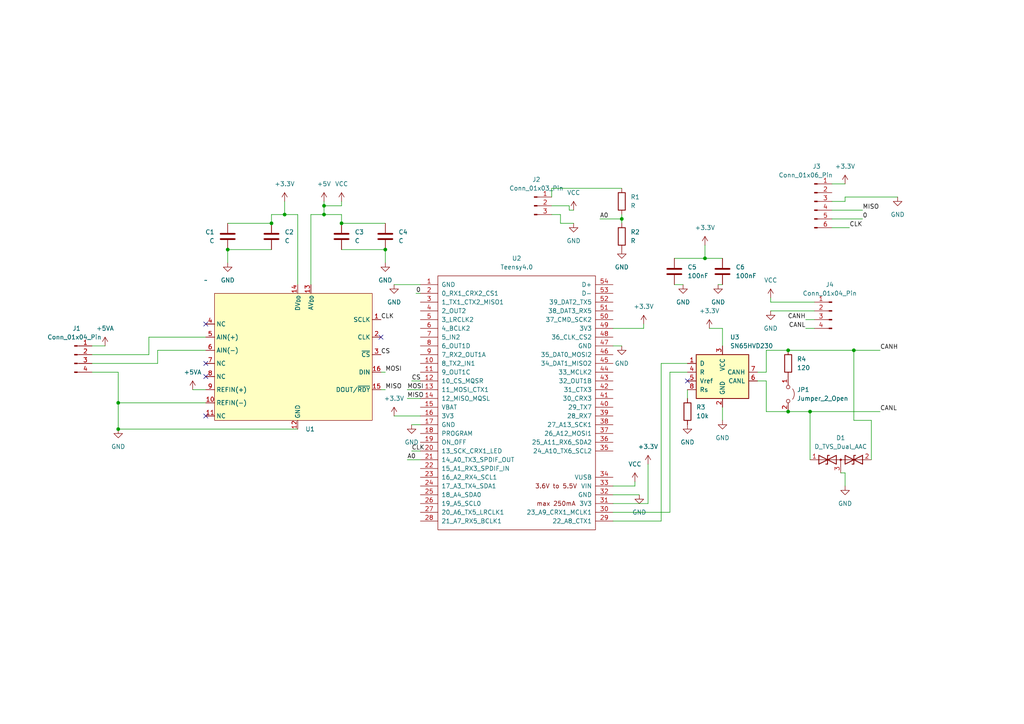
<source format=kicad_sch>
(kicad_sch (version 20230121) (generator eeschema)
  (paper "A4")
  (lib_symbols
    (symbol "Connector:Conn_01x03_Pin" (pin_names (offset 1.016) hide)
      (property "Reference" "J" (at 0 5.08 0))
      (property "Value" "Conn_01x03_Pin" (at 0 -5.08 0))
      (symbol "Conn_01x03_Pin_1_1"
        (polyline (pts (xy 1.27 -2.54) (xy 0.8636 -2.54)) (stroke (width 0.1524)))
        (polyline (pts (xy 1.27 0) (xy 0.8636 0)) (stroke (width 0.1524)))
        (polyline (pts (xy 1.27 2.54) (xy 0.8636 2.54)) (stroke (width 0.1524)))
        (rectangle (start 0.8636 -2.413) (end 0 -2.667) (stroke (width 0.1524)) (fill (type outline)))
        (rectangle (start 0.8636 0.127) (end 0 -0.127) (stroke (width 0.1524)) (fill (type outline)))
        (rectangle (start 0.8636 2.667) (end 0 2.413) (stroke (width 0.1524)) (fill (type outline)))
        (pin passive line (at 5.08 2.54 180) (length 3.81) (name "Pin_1") (number "1"))
        (pin passive line (at 5.08 0 180) (length 3.81) (name "Pin_2") (number "2"))
        (pin passive line (at 5.08 -2.54 180) (length 3.81) (name "Pin_3") (number "3"))
      )
    )
    (symbol "Connector:Conn_01x04_Pin" (pin_names (offset 1.016) hide)
      (property "Reference" "J" (at 0 5.08 0))
      (property "Value" "Conn_01x04_Pin" (at 0 -7.62 0))
      (symbol "Conn_01x04_Pin_1_1"
        (polyline (pts (xy 1.27 -5.08) (xy 0.8636 -5.08)) (stroke (width 0.1524)))
        (polyline (pts (xy 1.27 -2.54) (xy 0.8636 -2.54)) (stroke (width 0.1524)))
        (polyline (pts (xy 1.27 0) (xy 0.8636 0)) (stroke (width 0.1524)))
        (polyline (pts (xy 1.27 2.54) (xy 0.8636 2.54)) (stroke (width 0.1524)))
        (rectangle (start 0.8636 -4.953) (end 0 -5.207) (stroke (width 0.1524)) (fill (type outline)))
        (rectangle (start 0.8636 -2.413) (end 0 -2.667) (stroke (width 0.1524)) (fill (type outline)))
        (rectangle (start 0.8636 0.127) (end 0 -0.127) (stroke (width 0.1524)) (fill (type outline)))
        (rectangle (start 0.8636 2.667) (end 0 2.413) (stroke (width 0.1524)) (fill (type outline)))
        (pin passive line (at 5.08 2.54 180) (length 3.81) (name "Pin_1") (number "1"))
        (pin passive line (at 5.08 0 180) (length 3.81) (name "Pin_2") (number "2"))
        (pin passive line (at 5.08 -2.54 180) (length 3.81) (name "Pin_3") (number "3"))
        (pin passive line (at 5.08 -5.08 180) (length 3.81) (name "Pin_4") (number "4"))
      )
    )
    (symbol "Connector:Conn_01x06_Pin" (pin_names (offset 1.016) hide)
      (property "Reference" "J" (at 0 7.62 0))
      (property "Value" "Conn_01x06_Pin" (at 0 -10.16 0))
      (symbol "Conn_01x06_Pin_1_1"
        (polyline (pts (xy 1.27 -7.62) (xy 0.8636 -7.62)) (stroke (width 0.1524)))
        (polyline (pts (xy 1.27 -5.08) (xy 0.8636 -5.08)) (stroke (width 0.1524)))
        (polyline (pts (xy 1.27 -2.54) (xy 0.8636 -2.54)) (stroke (width 0.1524)))
        (polyline (pts (xy 1.27 0) (xy 0.8636 0)) (stroke (width 0.1524)))
        (polyline (pts (xy 1.27 2.54) (xy 0.8636 2.54)) (stroke (width 0.1524)))
        (polyline (pts (xy 1.27 5.08) (xy 0.8636 5.08)) (stroke (width 0.1524)))
        (rectangle (start 0.8636 -7.493) (end 0 -7.747) (stroke (width 0.1524)) (fill (type outline)))
        (rectangle (start 0.8636 -4.953) (end 0 -5.207) (stroke (width 0.1524)) (fill (type outline)))
        (rectangle (start 0.8636 -2.413) (end 0 -2.667) (stroke (width 0.1524)) (fill (type outline)))
        (rectangle (start 0.8636 0.127) (end 0 -0.127) (stroke (width 0.1524)) (fill (type outline)))
        (rectangle (start 0.8636 2.667) (end 0 2.413) (stroke (width 0.1524)) (fill (type outline)))
        (rectangle (start 0.8636 5.207) (end 0 4.953) (stroke (width 0.1524)) (fill (type outline)))
        (pin passive line (at 5.08 5.08 180) (length 3.81) (name "Pin_1") (number "1"))
        (pin passive line (at 5.08 2.54 180) (length 3.81) (name "Pin_2") (number "2"))
        (pin passive line (at 5.08 0 180) (length 3.81) (name "Pin_3") (number "3"))
        (pin passive line (at 5.08 -2.54 180) (length 3.81) (name "Pin_4") (number "4"))
        (pin passive line (at 5.08 -5.08 180) (length 3.81) (name "Pin_5") (number "5"))
        (pin passive line (at 5.08 -7.62 180) (length 3.81) (name "Pin_6") (number "6"))
      )
    )
    (symbol "Device:C" (pin_numbers hide) (pin_names (offset 0.254))
      (property "Reference" "C" (at 0.635 2.54 0))
      (property "Value" "C" (at 0.635 -2.54 0))
      (symbol "C_0_1"
        (polyline (pts (xy -2.032 -0.762) (xy 2.032 -0.762)) (stroke (width 0.508)))
        (polyline (pts (xy -2.032 0.762) (xy 2.032 0.762)) (stroke (width 0.508)))
      )
      (symbol "C_1_1"
        (pin passive line (at 0 3.81 270) (length 2.794) (name "~") (number "1"))
        (pin passive line (at 0 -3.81 90) (length 2.794) (name "~") (number "2"))
      )
    )
    (symbol "Device:D_TVS_Dual_AAC" (pin_names (offset 1.016) hide)
      (property "Reference" "D" (at 0 4.445 0))
      (property "Value" "D_TVS_Dual_AAC" (at 0 2.54 0))
      (symbol "D_TVS_Dual_AAC_0_0"
        (polyline (pts (xy 0 -1.27) (xy 0 0)))
      )
      (symbol "D_TVS_Dual_AAC_0_1"
        (polyline (pts (xy -6.35 0) (xy 6.35 0)))
        (polyline (pts (xy -3.302 1.27) (xy -3.81 1.27) (xy -3.81 -1.27) (xy -4.318 -1.27)) (stroke (width 0.254)))
        (polyline (pts (xy 4.318 1.27) (xy 3.81 1.27) (xy 3.81 -1.27) (xy 3.302 -1.27)) (stroke (width 0.254)))
        (polyline (pts (xy -6.35 1.27) (xy -1.27 -1.27) (xy -1.27 1.27) (xy -6.35 -1.27) (xy -6.35 1.27)) (stroke (width 0.254)))
        (polyline (pts (xy 6.35 1.27) (xy 1.27 -1.27) (xy 1.27 1.27) (xy 6.35 -1.27) (xy 6.35 1.27)) (stroke (width 0.254)))
        (circle (center 0 0) (radius 0.254) (fill (type outline)))
      )
      (symbol "D_TVS_Dual_AAC_1_1"
        (pin passive line (at -8.89 0 0) (length 2.54) (name "A1") (number "1"))
        (pin passive line (at 8.89 0 180) (length 2.54) (name "A2") (number "2"))
        (pin input line (at 0 -3.81 90) (length 2.54) (name "common") (number "3"))
      )
    )
    (symbol "Device:R" (pin_numbers hide) (pin_names (offset 0))
      (property "Reference" "R" (at 2.032 0 90))
      (property "Value" "R" (at 0 0 90))
      (symbol "R_0_1"
        (rectangle (start -1.016 -2.54) (end 1.016 2.54) (stroke (width 0.254)))
      )
      (symbol "R_1_1"
        (pin passive line (at 0 3.81 270) (length 1.27) (name "~") (number "1"))
        (pin passive line (at 0 -3.81 90) (length 1.27) (name "~") (number "2"))
      )
    )
    (symbol "Interface_CAN_LIN:SN65HVD230" (pin_names (offset 1.016))
      (property "Reference" "U" (at -2.54 10.16 0))
      (property "Value" "SN65HVD230" (at -2.54 7.62 0))
      (symbol "SN65HVD230_0_1"
        (rectangle (start -7.62 5.08) (end 7.62 -7.62) (stroke (width 0.254)) (fill (type background)))
      )
      (symbol "SN65HVD230_1_1"
        (pin input line (at -10.16 2.54 0) (length 2.54) (name "D") (number "1"))
        (pin power_in line (at 0 -10.16 90) (length 2.54) (name "GND") (number "2"))
        (pin power_in line (at 0 7.62 270) (length 2.54) (name "VCC") (number "3"))
        (pin output line (at -10.16 0 0) (length 2.54) (name "R") (number "4"))
        (pin output line (at -10.16 -2.54 0) (length 2.54) (name "Vref") (number "5"))
        (pin bidirectional line (at 10.16 -2.54 180) (length 2.54) (name "CANL") (number "6"))
        (pin bidirectional line (at 10.16 0 180) (length 2.54) (name "CANH") (number "7"))
        (pin input line (at -10.16 -5.08 0) (length 2.54) (name "Rs") (number "8"))
      )
    )
    (symbol "Jumper:Jumper_2_Open" (pin_names (offset 0) hide)
      (property "Reference" "JP" (at 0 2.794 0))
      (property "Value" "Jumper_2_Open" (at 0 -2.286 0))
      (symbol "Jumper_2_Open_0_0"
        (circle (center -2.032 0) (radius 0.508))
        (circle (center 2.032 0) (radius 0.508))
      )
      (symbol "Jumper_2_Open_0_1"
        (arc (start 1.524 1.27) (mid 0 1.778) (end -1.524 1.27))
      )
      (symbol "Jumper_2_Open_1_1"
        (pin passive line (at -5.08 0 0) (length 2.54) (name "A") (number "1"))
        (pin passive line (at 5.08 0 180) (length 2.54) (name "B") (number "2"))
      )
    )
    (symbol "Library :AD7797"
      (property "Reference" "U" (at 0 0 0))
      (symbol "AD7797_1_1"
        (rectangle (start 10.16 -16.51) (end 55.88 -53.34) (fill (type background)))
        (pin input line (at 58.42 -24.13 180) (length 2.54) (name "SCLK") (number "1"))
        (pin input line (at 7.62 -48.26 0) (length 2.54) (name "REFIN(-)") (number "10"))
        (pin input line (at 7.62 -52.07 0) (length 2.54) (name "NC") (number "11"))
        (pin power_in line (at 34.29 -55.88 90) (length 2.54) (name "GND") (number "12"))
        (pin power_in line (at 38.1 -13.97 270) (length 2.54) (name "AV_{DD}") (number "13"))
        (pin power_in line (at 34.29 -13.97 270) (length 2.54) (name "DV_{DD}") (number "14"))
        (pin output line (at 58.42 -44.45 180) (length 2.54) (name "DOUT/~{RDY}") (number "15"))
        (pin input line (at 58.42 -39.37 180) (length 2.54) (name "DIN") (number "16"))
        (pin input line (at 58.42 -29.21 180) (length 2.54) (name "CLK") (number "2"))
        (pin input line (at 58.42 -34.29 180) (length 2.54) (name "~{CS}") (number "3"))
        (pin input line (at 7.62 -25.4 0) (length 2.54) (name "NC") (number "4"))
        (pin input line (at 7.62 -29.21 0) (length 2.54) (name "AIN(+)") (number "5"))
        (pin input line (at 7.62 -33.02 0) (length 2.54) (name "AIN(-)") (number "6"))
        (pin input line (at 7.62 -36.83 0) (length 2.54) (name "NC") (number "7"))
        (pin input line (at 7.62 -40.64 0) (length 2.54) (name "NC") (number "8"))
        (pin input line (at 7.62 -44.45 0) (length 2.54) (name "REFIN(+)") (number "9"))
      )
    )
    (symbol "Teensy:Teensy4.0" (pin_names (offset 1.016))
      (property "Reference" "U" (at 0 39.37 0))
      (property "Value" "Teensy4.0" (at 0 -39.37 0))
      (symbol "Teensy4.0_0_0"
        (text "3.6V to 5.5V" (at 11.43 -24.13 0) (effects (font (size 1.27 1.27))))
        (text "max 250mA" (at 11.43 -29.21 0) (effects (font (size 1.27 1.27))))
        (pin bidirectional line (at -27.94 11.43 0) (length 5.08) (name "8_TX2_IN1") (number "10"))
        (pin bidirectional line (at -27.94 8.89 0) (length 5.08) (name "9_OUT1C") (number "11"))
        (pin bidirectional line (at -27.94 6.35 0) (length 5.08) (name "10_CS_MQSR") (number "12"))
        (pin bidirectional line (at -27.94 3.81 0) (length 5.08) (name "11_MOSI_CTX1") (number "13"))
        (pin bidirectional line (at -27.94 1.27 0) (length 5.08) (name "12_MISO_MQSL") (number "14"))
        (pin power_in line (at -27.94 -1.27 0) (length 5.08) (name "VBAT") (number "15"))
        (pin power_in line (at -27.94 -3.81 0) (length 5.08) (name "3V3") (number "16"))
        (pin power_in line (at -27.94 -6.35 0) (length 5.08) (name "GND") (number "17"))
        (pin input line (at -27.94 -8.89 0) (length 5.08) (name "PROGRAM") (number "18"))
        (pin input line (at -27.94 -11.43 0) (length 5.08) (name "ON_OFF") (number "19"))
        (pin bidirectional line (at -27.94 -13.97 0) (length 5.08) (name "13_SCK_CRX1_LED") (number "20"))
        (pin bidirectional line (at -27.94 -16.51 0) (length 5.08) (name "14_A0_TX3_SPDIF_OUT") (number "21"))
        (pin bidirectional line (at -27.94 -19.05 0) (length 5.08) (name "15_A1_RX3_SPDIF_IN") (number "22"))
        (pin bidirectional line (at -27.94 -21.59 0) (length 5.08) (name "16_A2_RX4_SCL1") (number "23"))
        (pin bidirectional line (at -27.94 -24.13 0) (length 5.08) (name "17_A3_TX4_SDA1") (number "24"))
        (pin bidirectional line (at -27.94 -26.67 0) (length 5.08) (name "18_A4_SDA0") (number "25"))
        (pin bidirectional line (at -27.94 -29.21 0) (length 5.08) (name "19_A5_SCL0") (number "26"))
        (pin bidirectional line (at -27.94 -31.75 0) (length 5.08) (name "20_A6_TX5_LRCLK1") (number "27"))
        (pin bidirectional line (at -27.94 -34.29 0) (length 5.08) (name "21_A7_RX5_BCLK1") (number "28"))
        (pin bidirectional line (at 27.94 -34.29 180) (length 5.08) (name "22_A8_CTX1") (number "29"))
        (pin bidirectional line (at 27.94 -31.75 180) (length 5.08) (name "23_A9_CRX1_MCLK1") (number "30"))
        (pin power_out line (at 27.94 -29.21 180) (length 5.08) (name "3V3") (number "31"))
        (pin power_in line (at 27.94 -26.67 180) (length 5.08) (name "GND") (number "32"))
        (pin power_in line (at 27.94 -24.13 180) (length 5.08) (name "VIN") (number "33"))
        (pin power_out line (at 27.94 -21.59 180) (length 5.08) (name "VUSB") (number "34"))
        (pin bidirectional line (at 27.94 -13.97 180) (length 5.08) (name "24_A10_TX6_SCL2") (number "35"))
        (pin bidirectional line (at 27.94 -11.43 180) (length 5.08) (name "25_A11_RX6_SDA2") (number "36"))
        (pin bidirectional line (at 27.94 -8.89 180) (length 5.08) (name "26_A12_MOSI1") (number "37"))
        (pin bidirectional line (at 27.94 -6.35 180) (length 5.08) (name "27_A13_SCK1") (number "38"))
        (pin bidirectional line (at 27.94 -3.81 180) (length 5.08) (name "28_RX7") (number "39"))
        (pin bidirectional line (at 27.94 -1.27 180) (length 5.08) (name "29_TX7") (number "40"))
        (pin bidirectional line (at 27.94 1.27 180) (length 5.08) (name "30_CRX3") (number "41"))
        (pin bidirectional line (at 27.94 3.81 180) (length 5.08) (name "31_CTX3") (number "42"))
        (pin bidirectional line (at 27.94 6.35 180) (length 5.08) (name "32_OUT1B") (number "43"))
        (pin bidirectional line (at 27.94 8.89 180) (length 5.08) (name "33_MCLK2") (number "44"))
        (pin bidirectional line (at 27.94 11.43 180) (length 5.08) (name "34_DAT1_MISO2") (number "45"))
        (pin bidirectional line (at 27.94 13.97 180) (length 5.08) (name "35_DAT0_MOSI2") (number "46"))
        (pin power_out line (at 27.94 16.51 180) (length 5.08) (name "GND") (number "47"))
        (pin bidirectional line (at 27.94 19.05 180) (length 5.08) (name "36_CLK_CS2") (number "48"))
        (pin power_out line (at 27.94 21.59 180) (length 5.08) (name "3V3") (number "49"))
        (pin bidirectional line (at -27.94 24.13 0) (length 5.08) (name "3_LRCLK2") (number "5"))
        (pin bidirectional line (at 27.94 24.13 180) (length 5.08) (name "37_CMD_SCK2") (number "50"))
        (pin bidirectional line (at 27.94 26.67 180) (length 5.08) (name "38_DAT3_RX5") (number "51"))
        (pin bidirectional line (at 27.94 29.21 180) (length 5.08) (name "39_DAT2_TX5") (number "52"))
        (pin bidirectional line (at 27.94 31.75 180) (length 5.08) (name "D-") (number "53"))
        (pin bidirectional line (at 27.94 34.29 180) (length 5.08) (name "D+") (number "54"))
        (pin bidirectional line (at -27.94 21.59 0) (length 5.08) (name "4_BCLK2") (number "6"))
        (pin bidirectional line (at -27.94 19.05 0) (length 5.08) (name "5_IN2") (number "7"))
        (pin bidirectional line (at -27.94 16.51 0) (length 5.08) (name "6_OUT1D") (number "8"))
        (pin bidirectional line (at -27.94 13.97 0) (length 5.08) (name "7_RX2_OUT1A") (number "9"))
      )
      (symbol "Teensy4.0_0_1"
        (rectangle (start -22.86 36.83) (end 22.86 -36.83))
        (rectangle (start -20.32 -31.75) (end -20.32 -31.75))
      )
      (symbol "Teensy4.0_1_1"
        (pin power_in line (at -27.94 34.29 0) (length 5.08) (name "GND") (number "1"))
        (pin bidirectional line (at -27.94 31.75 0) (length 5.08) (name "0_RX1_CRX2_CS1") (number "2"))
        (pin bidirectional line (at -27.94 29.21 0) (length 5.08) (name "1_TX1_CTX2_MISO1") (number "3"))
        (pin bidirectional line (at -27.94 26.67 0) (length 5.08) (name "2_OUT2") (number "4"))
      )
    )
    (symbol "power:+3.3V" (power) (pin_names (offset 0))
      (property "Value" "+3.3V" (at 0 3.556 0))
      (symbol "+3.3V_0_1"
        (polyline (pts (xy -0.762 1.27) (xy 0 2.54)))
        (polyline (pts (xy 0 0) (xy 0 2.54)))
        (polyline (pts (xy 0 2.54) (xy 0.762 1.27)))
      )
      (symbol "+3.3V_1_1"
        (pin power_in line (at 0 0 90) (length 0) hide (name "+3.3V") (number "1"))
      )
    )
    (symbol "power:+5V" (power) (pin_names (offset 0))
      (property "Value" "+5V" (at 0 3.556 0))
      (symbol "+5V_0_1"
        (polyline (pts (xy -0.762 1.27) (xy 0 2.54)))
        (polyline (pts (xy 0 0) (xy 0 2.54)))
        (polyline (pts (xy 0 2.54) (xy 0.762 1.27)))
      )
      (symbol "+5V_1_1"
        (pin power_in line (at 0 0 90) (length 0) hide (name "+5V") (number "1"))
      )
    )
    (symbol "power:+5VA" (power) (pin_names (offset 0))
      (property "Value" "+5VA" (at 0 3.556 0))
      (symbol "+5VA_0_1"
        (polyline (pts (xy -0.762 1.27) (xy 0 2.54)))
        (polyline (pts (xy 0 0) (xy 0 2.54)))
        (polyline (pts (xy 0 2.54) (xy 0.762 1.27)))
      )
      (symbol "+5VA_1_1"
        (pin power_in line (at 0 0 90) (length 0) hide (name "+5VA") (number "1"))
      )
    )
    (symbol "power:GND" (power) (pin_names (offset 0))
      (property "Value" "GND" (at 0 -3.81 0))
      (symbol "GND_0_1"
        (polyline (pts (xy 0 0) (xy 0 -1.27) (xy 1.27 -1.27) (xy 0 -2.54) (xy -1.27 -1.27) (xy 0 -1.27)))
      )
      (symbol "GND_1_1"
        (pin power_in line (at 0 0 270) (length 0) hide (name "GND") (number "1"))
      )
    )
    (symbol "power:VCC" (power) (pin_names (offset 0))
      (property "Value" "VCC" (at 0 3.81 0))
      (symbol "VCC_0_1"
        (polyline (pts (xy -0.762 1.27) (xy 0 2.54)))
        (polyline (pts (xy 0 0) (xy 0 2.54)))
        (polyline (pts (xy 0 2.54) (xy 0.762 1.27)))
      )
      (symbol "VCC_1_1"
        (pin power_in line (at 0 0 90) (length 0) hide (name "VCC") (number "1"))
      )
    )
  )
  (junction (at 93.98 62.23))
  (junction (at 82.55 62.23))
  (junction (at 78.74 64.77))
  (junction (at 111.76 72.39))
  (junction (at 228.6 119.38))
  (junction (at 34.29 116.84))
  (junction (at 247.65 101.6))
  (junction (at 99.06 64.77))
  (junction (at 228.6 101.6))
  (junction (at 93.98 59.69))
  (junction (at 34.29 124.46))
  (junction (at 66.04 72.39))
  (junction (at 180.34 63.5))
  (junction (at 234.95 119.38))
  (junction (at 204.47 74.93))
  (no_connect (at 59.69 105.41))
  (no_connect (at 110.49 97.79))
  (no_connect (at 59.69 120.65))
  (no_connect (at 199.39 110.49))
  (no_connect (at 59.69 93.98))
  (no_connect (at 59.69 109.22))
  (wire (pts (xy 99.06 62.23) (xy 99.06 64.77)))
  (wire (pts (xy 99.06 59.69) (xy 93.98 59.69)))
  (wire (pts (xy 243.84 137.16) (xy 245.11 137.16)))
  (wire (pts (xy 222.25 119.38) (xy 228.6 119.38)))
  (wire (pts (xy 186.69 95.25) (xy 186.69 93.98)))
  (wire (pts (xy 93.98 62.23) (xy 99.06 62.23)))
  (wire (pts (xy 55.88 113.03) (xy 59.69 113.03)))
  (wire (pts (xy 118.11 113.03) (xy 121.92 113.03)))
  (wire (pts (xy 194.31 148.59) (xy 177.8 148.59)))
  (wire (pts (xy 118.11 133.35) (xy 121.92 133.35)))
  (wire (pts (xy 236.22 95.25) (xy 233.68 95.25)))
  (wire (pts (xy 245.11 57.15) (xy 245.11 58.42)))
  (wire (pts (xy 34.29 116.84) (xy 34.29 107.95)))
  (wire (pts (xy 223.52 87.63) (xy 236.22 87.63)))
  (wire (pts (xy 260.35 57.15) (xy 245.11 57.15)))
  (wire (pts (xy 82.55 62.23) (xy 82.55 58.42)))
  (wire (pts (xy 93.98 59.69) (xy 93.98 62.23)))
  (wire (pts (xy 187.96 134.62) (xy 187.96 146.05)))
  (wire (pts (xy 195.58 82.55) (xy 198.12 82.55)))
  (wire (pts (xy 59.69 101.6) (xy 45.72 101.6)))
  (wire (pts (xy 177.8 151.13) (xy 191.77 151.13)))
  (wire (pts (xy 247.65 101.6) (xy 255.27 101.6)))
  (wire (pts (xy 93.98 62.23) (xy 90.17 62.23)))
  (wire (pts (xy 173.99 63.5) (xy 180.34 63.5)))
  (wire (pts (xy 250.19 63.5) (xy 241.3 63.5)))
  (wire (pts (xy 223.52 86.36) (xy 223.52 87.63)))
  (wire (pts (xy 177.8 146.05) (xy 187.96 146.05)))
  (wire (pts (xy 177.8 143.51) (xy 185.42 143.51)))
  (wire (pts (xy 86.36 62.23) (xy 82.55 62.23)))
  (wire (pts (xy 199.39 113.03) (xy 199.39 115.57)))
  (wire (pts (xy 120.65 85.09) (xy 121.92 85.09)))
  (wire (pts (xy 99.06 72.39) (xy 111.76 72.39)))
  (wire (pts (xy 34.29 107.95) (xy 26.67 107.95)))
  (wire (pts (xy 99.06 58.42) (xy 99.06 59.69)))
  (wire (pts (xy 246.38 66.04) (xy 241.3 66.04)))
  (wire (pts (xy 90.17 62.23) (xy 90.17 82.55)))
  (wire (pts (xy 160.02 54.61) (xy 160.02 57.15)))
  (wire (pts (xy 228.6 101.6) (xy 247.65 101.6)))
  (wire (pts (xy 45.72 101.6) (xy 45.72 105.41)))
  (wire (pts (xy 209.55 118.11) (xy 209.55 121.92)))
  (wire (pts (xy 177.8 95.25) (xy 186.69 95.25)))
  (wire (pts (xy 252.73 133.35) (xy 252.73 121.92)))
  (wire (pts (xy 205.74 95.25) (xy 209.55 95.25)))
  (wire (pts (xy 177.8 100.33) (xy 180.34 100.33)))
  (wire (pts (xy 111.76 72.39) (xy 111.76 76.2)))
  (wire (pts (xy 247.65 121.92) (xy 247.65 101.6)))
  (wire (pts (xy 86.36 82.55) (xy 86.36 62.23)))
  (wire (pts (xy 250.19 60.96) (xy 241.3 60.96)))
  (wire (pts (xy 165.1 59.69) (xy 160.02 59.69)))
  (wire (pts (xy 209.55 95.25) (xy 209.55 100.33)))
  (wire (pts (xy 228.6 119.38) (xy 234.95 119.38)))
  (wire (pts (xy 245.11 53.34) (xy 241.3 53.34)))
  (wire (pts (xy 119.38 110.49) (xy 121.92 110.49)))
  (wire (pts (xy 234.95 119.38) (xy 255.27 119.38)))
  (wire (pts (xy 45.72 105.41) (xy 26.67 105.41)))
  (wire (pts (xy 184.15 140.97) (xy 184.15 139.7)))
  (wire (pts (xy 191.77 151.13) (xy 191.77 105.41)))
  (wire (pts (xy 191.77 105.41) (xy 199.39 105.41)))
  (wire (pts (xy 245.11 58.42) (xy 241.3 58.42)))
  (wire (pts (xy 66.04 72.39) (xy 78.74 72.39)))
  (wire (pts (xy 199.39 107.95) (xy 194.31 107.95)))
  (wire (pts (xy 166.37 60.96) (xy 165.1 60.96)))
  (wire (pts (xy 111.76 113.03) (xy 110.49 113.03)))
  (wire (pts (xy 165.1 60.96) (xy 165.1 59.69)))
  (wire (pts (xy 78.74 64.77) (xy 66.04 64.77)))
  (wire (pts (xy 195.58 74.93) (xy 204.47 74.93)))
  (wire (pts (xy 34.29 124.46) (xy 34.29 116.84)))
  (wire (pts (xy 26.67 100.33) (xy 30.48 100.33)))
  (wire (pts (xy 194.31 107.95) (xy 194.31 148.59)))
  (wire (pts (xy 222.25 110.49) (xy 222.25 119.38)))
  (wire (pts (xy 43.18 102.87) (xy 26.67 102.87)))
  (wire (pts (xy 236.22 92.71) (xy 233.68 92.71)))
  (wire (pts (xy 59.69 97.79) (xy 43.18 97.79)))
  (wire (pts (xy 121.92 82.55) (xy 114.3 82.55)))
  (wire (pts (xy 34.29 116.84) (xy 59.69 116.84)))
  (wire (pts (xy 180.34 54.61) (xy 160.02 54.61)))
  (wire (pts (xy 222.25 107.95) (xy 222.25 101.6)))
  (wire (pts (xy 222.25 101.6) (xy 228.6 101.6)))
  (wire (pts (xy 204.47 74.93) (xy 204.47 71.12)))
  (wire (pts (xy 43.18 97.79) (xy 43.18 102.87)))
  (wire (pts (xy 66.04 72.39) (xy 66.04 76.2)))
  (wire (pts (xy 119.38 123.19) (xy 121.92 123.19)))
  (wire (pts (xy 208.28 82.55) (xy 209.55 82.55)))
  (wire (pts (xy 180.34 62.23) (xy 180.34 63.5)))
  (wire (pts (xy 121.92 120.65) (xy 114.3 120.65)))
  (wire (pts (xy 234.95 119.38) (xy 234.95 133.35)))
  (wire (pts (xy 86.36 124.46) (xy 34.29 124.46)))
  (wire (pts (xy 78.74 62.23) (xy 82.55 62.23)))
  (wire (pts (xy 118.11 115.57) (xy 121.92 115.57)))
  (wire (pts (xy 180.34 63.5) (xy 180.34 64.77)))
  (wire (pts (xy 209.55 74.93) (xy 204.47 74.93)))
  (wire (pts (xy 219.71 110.49) (xy 222.25 110.49)))
  (wire (pts (xy 219.71 107.95) (xy 222.25 107.95)))
  (wire (pts (xy 223.52 90.17) (xy 236.22 90.17)))
  (wire (pts (xy 245.11 140.97) (xy 245.11 137.16)))
  (wire (pts (xy 166.37 64.77) (xy 162.56 64.77)))
  (wire (pts (xy 99.06 64.77) (xy 111.76 64.77)))
  (wire (pts (xy 78.74 62.23) (xy 78.74 64.77)))
  (wire (pts (xy 177.8 140.97) (xy 184.15 140.97)))
  (wire (pts (xy 162.56 64.77) (xy 162.56 62.23)))
  (wire (pts (xy 110.49 107.95) (xy 111.76 107.95)))
  (wire (pts (xy 93.98 58.42) (xy 93.98 59.69)))
  (wire (pts (xy 119.38 130.81) (xy 121.92 130.81)))
  (wire (pts (xy 162.56 62.23) (xy 160.02 62.23)))
  (wire (pts (xy 252.73 121.92) (xy 247.65 121.92)))
  (label "CANH" (at 255.27 101.6 0))
  (label "CS" (at 119.38 110.49 0))
  (label "CANL" (at 233.68 95.25 180))
  (label "0" (at 250.19 63.5 0))
  (label "0" (at 120.65 85.09 0))
  (label "CANL" (at 255.27 119.38 0))
  (label "CLK" (at 246.38 66.04 0))
  (label "MOSI" (at 111.76 107.95 0))
  (label "MISO" (at 118.11 115.57 0))
  (label "MISO" (at 250.19 60.96 0))
  (label "A0" (at 118.11 133.35 0))
  (label "CLK" (at 110.49 92.71 0))
  (label "MOSI" (at 118.11 113.03 0))
  (label "MISO" (at 111.76 113.03 0))
  (label "CLK" (at 119.38 130.81 0))
  (label "CANH" (at 233.68 92.71 180))
  (label "A0" (at 173.99 63.5 0))
  (label "CS" (at 110.49 102.87 0))
  (symbol (lib_id "power:+3.3V") (at 114.3 120.65 0) (unit 1)
    (property "Reference" "#PWR010" (effects hide))
    (property "Value" "+3.3V" (at 114.3 115.57 0))
  )
  (symbol (lib_id "power:+5V") (at 93.98 58.42 0) (unit 1)
    (property "Reference" "#PWR06" (effects hide))
    (property "Value" "+5V" (at 93.98 53.34 0))
  )
  (symbol (lib_id "Device:R") (at 228.6 105.41 0) (unit 1)
    (property "Reference" "R4" (at 231.14 104.14 0) (effects (justify left)))
    (property "Value" "120" (at 231.14 106.68 0) (effects (justify left)))
    (property "Footprint" "Resistor_SMD:R_0603_1608Metric" (effects hide))
  )
  (symbol (lib_id "Device:C") (at 209.55 78.74 0) (unit 1)
    (property "Reference" "C6" (at 213.36 77.47 0) (effects (justify left)))
    (property "Value" "100nF" (at 213.36 80.01 0) (effects (justify left)))
    (property "Footprint" "Capacitor_SMD:C_0603_1608Metric" (effects hide))
  )
  (symbol (lib_id "Connector:Conn_01x06_Pin") (at 236.22 58.42 0) (unit 1)
    (property "Reference" "J3" (at 236.855 48.26 0))
    (property "Value" "Conn_01x06_Pin" (at 233.68 50.8 0))
    (property "Footprint" "Connector_PinHeader_2.54mm:PinHeader_1x06_P2.54mm_Vertical" (effects hide))
  )
  (symbol (lib_id "power:GND") (at 166.37 64.77 0) (unit 1)
    (property "Reference" "#PWR013" (effects hide))
    (property "Value" "GND" (at 166.37 69.85 0))
  )
  (symbol (lib_id "power:GND") (at 34.29 124.46 0) (unit 1)
    (property "Reference" "#PWR02" (effects hide))
    (property "Value" "GND" (at 34.29 129.54 0))
  )
  (symbol (lib_id "power:GND") (at 245.11 140.97 0) (unit 1)
    (property "Reference" "#PWR029" (effects hide))
    (property "Value" "GND" (at 245.11 146.05 0))
  )
  (symbol (lib_id "Connector:Conn_01x04_Pin") (at 241.3 90.17 0) (mirror y) (unit 1)
    (property "Reference" "J4" (at 240.665 82.55 0))
    (property "Value" "Conn_01x04_Pin" (at 240.665 85.09 0))
    (property "Footprint" "Connector_JST:JST_XH_B4B-XH-A_1x04_P2.50mm_Vertical" (effects hide))
  )
  (symbol (lib_id "power:GND") (at 185.42 143.51 0) (unit 1)
    (property "Reference" "#PWR017" (effects hide))
    (property "Value" "GND" (at 185.42 148.59 0))
  )
  (symbol (lib_id "power:GND") (at 208.28 82.55 0) (unit 1)
    (property "Reference" "#PWR024" (effects hide))
    (property "Value" "GND" (at 208.28 87.63 0))
  )
  (symbol (lib_id "power:GND") (at 119.38 123.19 0) (unit 1)
    (property "Reference" "#PWR011" (effects hide))
    (property "Value" "GND" (at 119.38 128.27 0))
  )
  (symbol (lib_id "Interface_CAN_LIN:SN65HVD230") (at 209.55 107.95 0) (unit 1)
    (property "Reference" "U3" (at 211.7441 97.79 0) (effects (justify left)))
    (property "Value" "SN65HVD230" (at 211.7441 100.33 0) (effects (justify left)))
    (property "Footprint" "Package_SO:SOIC-8_3.9x4.9mm_P1.27mm" (effects hide))
    (property "Datasheet" "http://www.ti.com/lit/ds/symlink/sn65hvd230.pdf" (effects hide))
  )
  (symbol (lib_id "Jumper:Jumper_2_Open") (at 228.6 114.3 270) (unit 1)
    (property "Reference" "JP1" (at 231.14 113.03 90) (effects (justify left)))
    (property "Value" "Jumper_2_Open" (at 231.14 115.57 90) (effects (justify left)))
    (property "Footprint" "Connector_PinHeader_2.54mm:PinHeader_2x01_P2.54mm_Vertical" (effects hide))
  )
  (symbol (lib_id "power:+3.3V") (at 187.96 134.62 0) (unit 1)
    (property "Reference" "#PWR019" (effects hide))
    (property "Value" "+3.3V" (at 187.96 129.54 0))
  )
  (symbol (lib_id "Connector:Conn_01x04_Pin") (at 21.59 102.87 0) (unit 1)
    (property "Reference" "J1" (at 22.225 95.25 0))
    (property "Value" "Conn_01x04_Pin" (at 21.59 97.79 0))
    (property "Footprint" "Connector_JST:JST_XH_B4B-XH-A_1x04_P2.50mm_Vertical" (effects hide))
  )
  (symbol (lib_id "Library :AD7797") (at 52.07 68.58 0) (unit 1)
    (property "Reference" "U1" (at 88.5541 124.46 0) (effects (justify left)))
    (property "Value" "~" (at 59.69 81.28 0))
    (property "Footprint" "Package_SO:TSSOP-16_4.4x5mm_P0.65mm" (effects hide))
  )
  (symbol (lib_id "Device:R") (at 180.34 58.42 0) (unit 1)
    (property "Reference" "R1" (at 182.88 57.15 0) (effects (justify left)))
    (property "Value" "R" (at 182.88 59.69 0) (effects (justify left)))
    (property "Footprint" "Resistor_SMD:R_0805_2012Metric" (effects hide))
  )
  (symbol (lib_id "Device:C") (at 99.06 68.58 0) (unit 1)
    (property "Reference" "C3" (at 102.87 67.31 0) (effects (justify left)))
    (property "Value" "C" (at 102.87 69.85 0) (effects (justify left)))
    (property "Footprint" "Capacitor_SMD:C_0603_1608Metric" (effects hide))
  )
  (symbol (lib_id "Device:C") (at 111.76 68.58 0) (unit 1)
    (property "Reference" "C4" (at 115.57 67.31 0) (effects (justify left)))
    (property "Value" "C" (at 115.57 69.85 0) (effects (justify left)))
    (property "Footprint" "Capacitor_SMD:C_0603_1608Metric" (effects hide))
  )
  (symbol (lib_id "power:GND") (at 180.34 100.33 0) (unit 1)
    (property "Reference" "#PWR015" (effects hide))
    (property "Value" "GND" (at 180.34 105.41 0))
  )
  (symbol (lib_id "power:GND") (at 260.35 57.15 0) (unit 1)
    (property "Reference" "#PWR030" (effects hide))
    (property "Value" "GND" (at 260.35 62.23 0))
  )
  (symbol (lib_id "Teensy:Teensy4.0") (at 149.86 116.84 0) (unit 1)
    (property "Reference" "U2" (at 149.86 74.93 0))
    (property "Value" "Teensy4.0" (at 149.86 77.47 0))
    (property "Footprint" "Teensy:Teensy40" (effects hide))
  )
  (symbol (lib_id "power:GND") (at 198.12 82.55 0) (unit 1)
    (property "Reference" "#PWR020" (effects hide))
    (property "Value" "GND" (at 198.12 87.63 0))
  )
  (symbol (lib_id "Device:C") (at 78.74 68.58 0) (unit 1)
    (property "Reference" "C2" (at 82.55 67.31 0) (effects (justify left)))
    (property "Value" "C" (at 82.55 69.85 0) (effects (justify left)))
    (property "Footprint" "Capacitor_SMD:C_0603_1608Metric" (effects hide))
  )
  (symbol (lib_id "power:VCC") (at 99.06 58.42 0) (unit 1)
    (property "Reference" "#PWR07" (effects hide))
    (property "Value" "VCC" (at 99.06 53.34 0))
  )
  (symbol (lib_id "power:GND") (at 223.52 90.17 0) (unit 1)
    (property "Reference" "#PWR027" (effects hide))
    (property "Value" "GND" (at 223.52 95.25 0))
  )
  (symbol (lib_id "Device:C") (at 66.04 68.58 0) (mirror y) (unit 1)
    (property "Reference" "C1" (at 62.23 67.31 0) (effects (justify left)))
    (property "Value" "C" (at 62.23 69.85 0) (effects (justify left)))
    (property "Footprint" "Capacitor_SMD:C_0603_1608Metric" (effects hide))
  )
  (symbol (lib_id "Device:D_TVS_Dual_AAC") (at 243.84 133.35 0) (unit 1)
    (property "Reference" "D1" (at 243.84 127 0))
    (property "Value" "D_TVS_Dual_AAC" (at 243.84 129.54 0))
    (property "Footprint" "Package_TO_SOT_SMD:SOT-323_SC-70" (effects hide))
  )
  (symbol (lib_id "power:VCC") (at 184.15 139.7 0) (unit 1)
    (property "Reference" "#PWR016" (effects hide))
    (property "Value" "VCC" (at 184.15 134.62 0))
  )
  (symbol (lib_id "power:GND") (at 114.3 82.55 0) (unit 1)
    (property "Reference" "#PWR09" (effects hide))
    (property "Value" "GND" (at 114.3 87.63 0))
  )
  (symbol (lib_id "Device:R") (at 199.39 119.38 0) (unit 1)
    (property "Reference" "R3" (at 201.93 118.11 0) (effects (justify left)))
    (property "Value" "10k" (at 201.93 120.65 0) (effects (justify left)))
    (property "Footprint" "Resistor_SMD:R_0603_1608Metric" (effects hide))
  )
  (symbol (lib_id "Connector:Conn_01x03_Pin") (at 154.94 59.69 0) (unit 1)
    (property "Reference" "J2" (at 155.575 52.07 0))
    (property "Value" "Conn_01x03_Pin" (at 155.575 54.61 0))
    (property "Footprint" "Connector_JST:JST_XH_B3B-XH-A_1x03_P2.50mm_Vertical" (effects hide))
  )
  (symbol (lib_id "power:+3.3V") (at 82.55 58.42 0) (unit 1)
    (property "Reference" "#PWR05" (effects hide))
    (property "Value" "+3.3V" (at 82.55 53.34 0))
  )
  (symbol (lib_id "Device:C") (at 195.58 78.74 0) (unit 1)
    (property "Reference" "C5" (at 199.39 77.47 0) (effects (justify left)))
    (property "Value" "100nF" (at 199.39 80.01 0) (effects (justify left)))
    (property "Footprint" "Capacitor_SMD:C_0603_1608Metric" (effects hide))
  )
  (symbol (lib_id "power:VCC") (at 166.37 60.96 0) (unit 1)
    (property "Reference" "#PWR012" (effects hide))
    (property "Value" "VCC" (at 166.37 55.88 0))
  )
  (symbol (lib_id "power:GND") (at 180.34 72.39 0) (unit 1)
    (property "Reference" "#PWR014" (effects hide))
    (property "Value" "GND" (at 180.34 77.47 0))
  )
  (symbol (lib_id "power:+3.3V") (at 204.47 71.12 0) (unit 1)
    (property "Reference" "#PWR022" (effects hide))
    (property "Value" "+3.3V" (at 204.47 66.04 0))
  )
  (symbol (lib_id "power:+3.3V") (at 205.74 95.25 0) (unit 1)
    (property "Reference" "#PWR023" (effects hide))
    (property "Value" "+3.3V" (at 205.74 90.17 0))
  )
  (symbol (lib_id "Device:R") (at 180.34 68.58 0) (unit 1)
    (property "Reference" "R2" (at 182.88 67.31 0) (effects (justify left)))
    (property "Value" "R" (at 182.88 69.85 0) (effects (justify left)))
    (property "Footprint" "Resistor_SMD:R_0805_2012Metric" (effects hide))
  )
  (symbol (lib_id "power:+3.3V") (at 245.11 53.34 0) (unit 1)
    (property "Reference" "#PWR028" (effects hide))
    (property "Value" "+3.3V" (at 245.11 48.26 0))
  )
  (symbol (lib_id "power:GND") (at 209.55 121.92 0) (unit 1)
    (property "Reference" "#PWR025" (effects hide))
    (property "Value" "GND" (at 209.55 127 0))
  )
  (symbol (lib_id "power:+3.3V") (at 186.69 93.98 0) (unit 1)
    (property "Reference" "#PWR018" (effects hide))
    (property "Value" "+3.3V" (at 186.69 88.9 0))
  )
  (symbol (lib_id "power:GND") (at 111.76 76.2 0) (unit 1)
    (property "Reference" "#PWR08" (effects hide))
    (property "Value" "GND" (at 111.76 81.28 0))
  )
  (symbol (lib_id "power:+5VA") (at 30.48 100.33 0) (unit 1)
    (property "Reference" "#PWR01" (effects hide))
    (property "Value" "+5VA" (at 30.48 95.25 0))
  )
  (symbol (lib_id "power:GND") (at 66.04 76.2 0) (unit 1)
    (property "Reference" "#PWR04" (effects hide))
    (property "Value" "GND" (at 66.04 81.28 0))
  )
  (symbol (lib_id "power:GND") (at 199.39 123.19 0) (unit 1)
    (property "Reference" "#PWR021" (effects hide))
    (property "Value" "GND" (at 199.39 128.27 0))
  )
  (symbol (lib_id "power:VCC") (at 223.52 86.36 0) (unit 1)
    (property "Reference" "#PWR026" (effects hide))
    (property "Value" "VCC" (at 223.52 81.28 0))
  )
  (symbol (lib_id "power:+5VA") (at 55.88 113.03 0) (unit 1)
    (property "Reference" "#PWR03" (effects hide))
    (property "Value" "+5VA" (at 55.88 107.95 0))
  )
)
</source>
